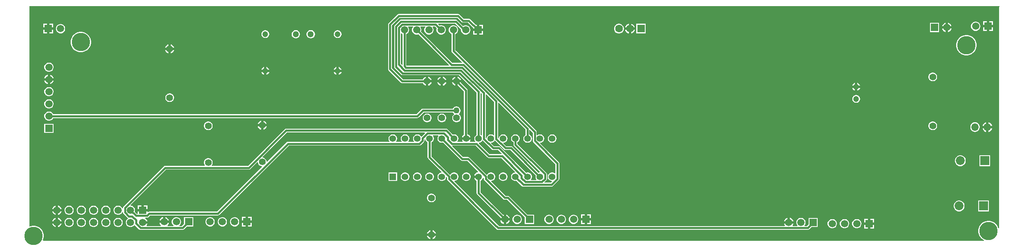
<source format=gbl>
G04*
G04 #@! TF.GenerationSoftware,Altium Limited,Altium Designer,21.8.1 (53)*
G04*
G04 Layer_Physical_Order=2*
G04 Layer_Color=16711680*
%FSLAX25Y25*%
%MOIN*%
G70*
G04*
G04 #@! TF.SameCoordinates,5DBF864A-AE74-4F10-A55B-91717D6EB444*
G04*
G04*
G04 #@! TF.FilePolarity,Positive*
G04*
G01*
G75*
%ADD33C,0.01500*%
%ADD34O,0.05906X0.06299*%
%ADD35R,0.06299X0.06299*%
%ADD36C,0.06299*%
%ADD37C,0.04724*%
%ADD38R,0.05906X0.05906*%
%ADD39C,0.05906*%
%ADD40C,0.05347*%
%ADD41R,0.05347X0.05347*%
%ADD42C,0.15000*%
%ADD43C,0.05512*%
%ADD44R,0.07284X0.07284*%
%ADD45C,0.07284*%
%ADD46R,0.05906X0.05906*%
%ADD47C,0.05118*%
%ADD48C,0.05000*%
G36*
X797038Y196038D02*
X796500Y195500D01*
Y14875D01*
X796000Y14826D01*
X795981Y14921D01*
X795355Y16432D01*
X794447Y17791D01*
X793291Y18947D01*
X791931Y19855D01*
X790421Y20481D01*
X788818Y20800D01*
X787183D01*
X785579Y20481D01*
X784068Y19855D01*
X782709Y18947D01*
X781553Y17791D01*
X780645Y16432D01*
X780019Y14921D01*
X779700Y13318D01*
Y11682D01*
X780019Y10079D01*
X780645Y8568D01*
X781553Y7209D01*
X782709Y6053D01*
X784068Y5145D01*
X784418Y5000D01*
X784318Y4500D01*
X16868D01*
X16534Y5000D01*
X16981Y6079D01*
X17300Y7683D01*
Y9318D01*
X16981Y10921D01*
X16355Y12432D01*
X15447Y13791D01*
X14291Y14947D01*
X12932Y15855D01*
X11421Y16481D01*
X9817Y16800D01*
X8183D01*
X6579Y16481D01*
X5916Y16206D01*
X5500Y16484D01*
Y196500D01*
X796847D01*
X797038Y196038D01*
D02*
G37*
%LPC*%
G36*
X791453Y183953D02*
X788500D01*
Y181000D01*
X791453D01*
Y183953D01*
D02*
G37*
G36*
X786500D02*
X783547D01*
Y181000D01*
X786500D01*
Y183953D01*
D02*
G37*
G36*
X755000Y182824D02*
Y180000D01*
X757824D01*
X757683Y180526D01*
X757163Y181427D01*
X756427Y182163D01*
X755526Y182683D01*
X755000Y182824D01*
D02*
G37*
G36*
X753000D02*
X752474Y182683D01*
X751573Y182163D01*
X750837Y181427D01*
X750317Y180526D01*
X750176Y180000D01*
X753000D01*
Y182824D01*
D02*
G37*
G36*
X496500Y182028D02*
Y179000D01*
X499528D01*
X499367Y179602D01*
X498820Y180548D01*
X498048Y181321D01*
X497102Y181867D01*
X496500Y182028D01*
D02*
G37*
G36*
X24953Y181953D02*
X22000D01*
Y179000D01*
X24953D01*
Y181953D01*
D02*
G37*
G36*
X20000D02*
X17047D01*
Y179000D01*
X20000D01*
Y181953D01*
D02*
G37*
G36*
X494500Y182028D02*
X493898Y181867D01*
X492952Y181321D01*
X492179Y180548D01*
X491633Y179602D01*
X491472Y179000D01*
X494500D01*
Y182028D01*
D02*
G37*
G36*
X375453Y180953D02*
X372500D01*
Y178000D01*
X375453D01*
Y180953D01*
D02*
G37*
G36*
X355411Y189983D02*
X306777D01*
X306172Y189863D01*
X305659Y189520D01*
X298583Y182443D01*
X298240Y181931D01*
X298120Y181326D01*
Y145047D01*
X298240Y144442D01*
X298583Y143930D01*
X308630Y133882D01*
X309142Y133540D01*
X309747Y133420D01*
X326575D01*
X326994Y132694D01*
X327694Y131994D01*
X328550Y131500D01*
X329000Y131380D01*
Y135000D01*
Y138620D01*
X328550Y138500D01*
X327694Y138005D01*
X326994Y137306D01*
X326575Y136580D01*
X310402D01*
X301280Y145702D01*
Y180671D01*
X307431Y186822D01*
X354756D01*
X358149Y183430D01*
X358661Y183087D01*
X359266Y182967D01*
X363298D01*
X367547Y178718D01*
Y178000D01*
X370500D01*
Y180953D01*
X369782D01*
X365070Y185665D01*
X364558Y186007D01*
X363953Y186128D01*
X359921D01*
X356528Y189520D01*
X356015Y189863D01*
X355411Y189983D01*
D02*
G37*
G36*
X777994Y183753D02*
X777006D01*
X776052Y183497D01*
X775196Y183003D01*
X774497Y182304D01*
X774003Y181448D01*
X773747Y180494D01*
Y179506D01*
X774003Y178551D01*
X774497Y177696D01*
X775196Y176997D01*
X776052Y176503D01*
X777006Y176247D01*
X777994D01*
X778948Y176503D01*
X779804Y176997D01*
X780503Y177696D01*
X780997Y178551D01*
X781253Y179506D01*
Y180494D01*
X780997Y181448D01*
X780503Y182304D01*
X779804Y183003D01*
X778948Y183497D01*
X777994Y183753D01*
D02*
G37*
G36*
X791453Y179000D02*
X788500D01*
Y176047D01*
X791453D01*
Y179000D01*
D02*
G37*
G36*
X786500D02*
X783547D01*
Y176047D01*
X786500D01*
Y179000D01*
D02*
G37*
G36*
X747753Y182753D02*
X740247D01*
Y175247D01*
X747753D01*
Y182753D01*
D02*
G37*
G36*
X757824Y178000D02*
X755000D01*
Y175176D01*
X755526Y175317D01*
X756427Y175837D01*
X757163Y176573D01*
X757683Y177474D01*
X757824Y178000D01*
D02*
G37*
G36*
X753000D02*
X750176D01*
X750317Y177474D01*
X750837Y176573D01*
X751573Y175837D01*
X752474Y175317D01*
X753000Y175176D01*
Y178000D01*
D02*
G37*
G36*
X31494Y181753D02*
X30506D01*
X29552Y181497D01*
X28696Y181003D01*
X27997Y180304D01*
X27503Y179448D01*
X27247Y178494D01*
Y177506D01*
X27503Y176551D01*
X27997Y175696D01*
X28696Y174997D01*
X29552Y174503D01*
X30506Y174247D01*
X31494D01*
X32449Y174503D01*
X33304Y174997D01*
X34003Y175696D01*
X34497Y176551D01*
X34753Y177506D01*
Y178494D01*
X34497Y179448D01*
X34003Y180304D01*
X33304Y181003D01*
X32449Y181497D01*
X31494Y181753D01*
D02*
G37*
G36*
X508426Y181950D02*
X500527D01*
Y174050D01*
X508426D01*
Y181950D01*
D02*
G37*
G36*
X487044D02*
X486004D01*
X484999Y181680D01*
X484098Y181160D01*
X483363Y180425D01*
X482843Y179525D01*
X482574Y178520D01*
Y177480D01*
X482843Y176476D01*
X483363Y175575D01*
X484098Y174839D01*
X484999Y174320D01*
X486004Y174050D01*
X487044D01*
X488048Y174320D01*
X488949Y174839D01*
X489684Y175575D01*
X490204Y176476D01*
X490473Y177480D01*
Y178520D01*
X490204Y179525D01*
X489684Y180425D01*
X488949Y181160D01*
X488048Y181680D01*
X487044Y181950D01*
D02*
G37*
G36*
X24953Y177000D02*
X22000D01*
Y174047D01*
X24953D01*
Y177000D01*
D02*
G37*
G36*
X20000D02*
X17047D01*
Y174047D01*
X20000D01*
Y177000D01*
D02*
G37*
G36*
X499528D02*
X496500D01*
Y173972D01*
X497102Y174133D01*
X498048Y174680D01*
X498820Y175452D01*
X499367Y176398D01*
X499528Y177000D01*
D02*
G37*
G36*
X494500D02*
X491472D01*
X491633Y176398D01*
X492179Y175452D01*
X492952Y174680D01*
X493898Y174133D01*
X494500Y173972D01*
Y177000D01*
D02*
G37*
G36*
X353505Y185383D02*
X308682D01*
X308077Y185263D01*
X307565Y184920D01*
X303580Y180935D01*
X303237Y180423D01*
X303117Y179818D01*
Y146803D01*
X303237Y146198D01*
X303580Y145685D01*
X308777Y140488D01*
X309289Y140146D01*
X309894Y140025D01*
X356082D01*
X370420Y125688D01*
Y91189D01*
X369867Y90870D01*
X369221Y90223D01*
X368763Y89431D01*
X368527Y88548D01*
Y87633D01*
X368763Y86750D01*
X369221Y85958D01*
X369269Y85910D01*
X369078Y85448D01*
X365193D01*
X365004Y85948D01*
X365423Y86673D01*
X365535Y87091D01*
X362000D01*
X358465D01*
X358577Y86673D01*
X358996Y85948D01*
X358807Y85448D01*
X354922D01*
X354731Y85910D01*
X354779Y85958D01*
X355237Y86750D01*
X355473Y87633D01*
Y88548D01*
X355237Y89431D01*
X354779Y90223D01*
X354133Y90870D01*
X353341Y91327D01*
X352457Y91564D01*
X351543D01*
X350927Y91399D01*
X346594Y95731D01*
X346082Y96074D01*
X345477Y96194D01*
X215024D01*
X214420Y96074D01*
X213907Y95731D01*
X183950Y65775D01*
X154456D01*
X154265Y66236D01*
X154345Y66317D01*
X154814Y67128D01*
X155056Y68032D01*
Y68968D01*
X154814Y69872D01*
X154345Y70683D01*
X153683Y71345D01*
X152873Y71814D01*
X151968Y72056D01*
X151032D01*
X150127Y71814D01*
X149317Y71345D01*
X148655Y70683D01*
X148186Y69872D01*
X147944Y68968D01*
Y68032D01*
X148186Y67128D01*
X148655Y66317D01*
X148735Y66236D01*
X148544Y65775D01*
X116326D01*
X115721Y65654D01*
X115209Y65312D01*
X82380Y32483D01*
X82037Y31970D01*
X81917Y31365D01*
Y31221D01*
X81417Y31087D01*
X81003Y31804D01*
X80304Y32503D01*
X79448Y32997D01*
X78494Y33253D01*
X77506D01*
X76552Y32997D01*
X75696Y32503D01*
X74997Y31804D01*
X74503Y30948D01*
X74247Y29994D01*
Y29006D01*
X74503Y28051D01*
X74997Y27196D01*
X75696Y26497D01*
X76552Y26003D01*
X77506Y25747D01*
X78494D01*
X79448Y26003D01*
X80304Y26497D01*
X81003Y27196D01*
X81417Y27913D01*
X81917Y27779D01*
Y27635D01*
X82037Y27030D01*
X82380Y26517D01*
X85515Y23382D01*
X85841Y23164D01*
X85866Y22601D01*
X85696Y22503D01*
X84997Y21804D01*
X84503Y20948D01*
X84247Y19994D01*
Y19006D01*
X84503Y18052D01*
X84997Y17196D01*
X85696Y16497D01*
X86551Y16003D01*
X87506Y15747D01*
X88494D01*
X89448Y16003D01*
X90304Y16497D01*
X91003Y17196D01*
X91011Y17209D01*
X91625Y17273D01*
X95017Y13880D01*
X95530Y13537D01*
X96135Y13417D01*
X130497D01*
X131102Y13537D01*
X131615Y13880D01*
X133982Y16247D01*
X139253D01*
Y23753D01*
X131747D01*
Y18482D01*
X129843Y16578D01*
X127999D01*
X127885Y17078D01*
X128503Y17696D01*
X128997Y18552D01*
X129253Y19506D01*
Y20494D01*
X128997Y21449D01*
X128503Y22304D01*
X127804Y23003D01*
X126948Y23497D01*
X125994Y23753D01*
X125006D01*
X124051Y23497D01*
X123196Y23003D01*
X122497Y22304D01*
X122003Y21449D01*
X121747Y20494D01*
Y19506D01*
X122003Y18552D01*
X122497Y17696D01*
X123115Y17078D01*
X123001Y16578D01*
X118375D01*
X118168Y17078D01*
X118663Y17573D01*
X119183Y18474D01*
X119324Y19000D01*
X115500D01*
X111676D01*
X111817Y18474D01*
X112337Y17573D01*
X112832Y17078D01*
X112625Y16578D01*
X101321D01*
X101130Y17040D01*
X101163Y17073D01*
X101683Y17974D01*
X101824Y18500D01*
X98000D01*
Y20500D01*
X101824D01*
X101683Y21026D01*
X101163Y21927D01*
X100427Y22663D01*
X99987Y22917D01*
X100121Y23417D01*
X101595D01*
X102200Y23537D01*
X102712Y23880D01*
X104055Y25222D01*
X159392D01*
X159997Y25343D01*
X160510Y25685D01*
X217111Y82287D01*
X323749D01*
X324354Y82407D01*
X324867Y82750D01*
X327341Y85224D01*
X327683Y85737D01*
X327804Y86341D01*
Y87501D01*
X328027Y87675D01*
X328179Y87662D01*
X328564Y87494D01*
X328764Y86750D01*
X329221Y85958D01*
X329867Y85311D01*
X330420Y84992D01*
Y72882D01*
X330540Y72277D01*
X330883Y71764D01*
X341802Y60845D01*
X341611Y60383D01*
X341543D01*
X340659Y60146D01*
X339867Y59689D01*
X339221Y59042D01*
X338763Y58250D01*
X338527Y57367D01*
Y56452D01*
X338763Y55569D01*
X339221Y54777D01*
X339867Y54130D01*
X340659Y53673D01*
X341543Y53436D01*
X342457D01*
X343341Y53673D01*
X344133Y54130D01*
X344779Y54777D01*
X345236Y55569D01*
X345436Y56313D01*
X345821Y56481D01*
X345973Y56494D01*
X346196Y56320D01*
Y55160D01*
X346317Y54555D01*
X346659Y54043D01*
X384322Y16380D01*
X384322Y16380D01*
X386822Y13880D01*
X387335Y13537D01*
X387940Y13417D01*
X640497D01*
X641102Y13537D01*
X641615Y13880D01*
X643482Y15747D01*
X648753D01*
Y23253D01*
X641247D01*
Y17982D01*
X639843Y16578D01*
X638038D01*
X637847Y17040D01*
X638003Y17196D01*
X638497Y18052D01*
X638753Y19006D01*
Y19994D01*
X638497Y20948D01*
X638003Y21804D01*
X637304Y22503D01*
X636448Y22997D01*
X635494Y23253D01*
X634506D01*
X633552Y22997D01*
X632696Y22503D01*
X631997Y21804D01*
X631503Y20948D01*
X631247Y19994D01*
Y19006D01*
X631503Y18052D01*
X631997Y17196D01*
X632153Y17040D01*
X631962Y16578D01*
X628321D01*
X628130Y17040D01*
X628163Y17073D01*
X628683Y17974D01*
X628824Y18500D01*
X625000D01*
X621176D01*
X621317Y17974D01*
X621837Y17073D01*
X621870Y17040D01*
X621679Y16578D01*
X388594D01*
X386557Y18615D01*
X386557Y18615D01*
X352198Y52974D01*
X352389Y53436D01*
X352457D01*
X353341Y53673D01*
X354133Y54130D01*
X354779Y54777D01*
X355237Y55569D01*
X355473Y56452D01*
Y57367D01*
X355237Y58250D01*
X354779Y59042D01*
X354133Y59689D01*
X353341Y60146D01*
X352457Y60383D01*
X351543D01*
X350659Y60146D01*
X349867Y59689D01*
X349221Y59042D01*
X349007Y58671D01*
X348511Y58606D01*
X333580Y73537D01*
Y84992D01*
X334133Y85311D01*
X334779Y85958D01*
X335237Y86750D01*
X335473Y87633D01*
Y88548D01*
X335237Y89431D01*
X334779Y90223D01*
X334731Y90272D01*
X334922Y90733D01*
X339078D01*
X339269Y90272D01*
X339221Y90223D01*
X338763Y89431D01*
X338527Y88548D01*
Y87633D01*
X338763Y86750D01*
X339221Y85958D01*
X339867Y85311D01*
X340659Y84854D01*
X341543Y84617D01*
X342457D01*
X343073Y84782D01*
X357536Y70319D01*
X358049Y69977D01*
X358654Y69857D01*
X362790D01*
X371611Y61036D01*
X371391Y60549D01*
X370582Y60332D01*
X369745Y59849D01*
X369061Y59165D01*
X368577Y58327D01*
X368465Y57910D01*
X372000D01*
Y55910D01*
X368465D01*
X368577Y55492D01*
X369061Y54654D01*
X369745Y53970D01*
X370420Y53580D01*
Y43500D01*
X370540Y42895D01*
X370883Y42382D01*
X389800Y23465D01*
X389676Y23000D01*
X392500D01*
Y25824D01*
X392035Y25700D01*
X373580Y44155D01*
Y53580D01*
X374255Y53970D01*
X374939Y54654D01*
X375423Y55492D01*
X375518Y55846D01*
X376095Y56068D01*
X376196Y56003D01*
Y55160D01*
X376317Y54555D01*
X376659Y54043D01*
X392138Y38564D01*
X392651Y38221D01*
X393255Y38101D01*
X395164D01*
X409747Y23518D01*
Y18247D01*
X417253D01*
Y25753D01*
X411982D01*
X396936Y40799D01*
X396423Y41142D01*
X395818Y41262D01*
X393910D01*
X382198Y52974D01*
X382389Y53436D01*
X382457D01*
X383341Y53673D01*
X384133Y54130D01*
X384779Y54777D01*
X385237Y55569D01*
X385473Y56452D01*
Y57367D01*
X385237Y58250D01*
X384779Y59042D01*
X384133Y59689D01*
X383341Y60146D01*
X382457Y60383D01*
X381543D01*
X380659Y60146D01*
X379867Y59689D01*
X379221Y59042D01*
X379007Y58671D01*
X378511Y58606D01*
X364563Y72554D01*
X364050Y72897D01*
X363445Y73017D01*
X359308D01*
X350539Y81787D01*
X350746Y82287D01*
X369596D01*
X379264Y72619D01*
X379776Y72277D01*
X380381Y72157D01*
X390490D01*
X401802Y60845D01*
X401611Y60383D01*
X401543D01*
X400659Y60146D01*
X399867Y59689D01*
X399221Y59042D01*
X398763Y58250D01*
X398527Y57367D01*
Y56452D01*
X398763Y55569D01*
X399221Y54777D01*
X399867Y54130D01*
X400659Y53673D01*
X401543Y53436D01*
X402457D01*
X403073Y53601D01*
X407406Y49269D01*
X407918Y48926D01*
X408523Y48806D01*
X431449D01*
X432054Y48926D01*
X432567Y49269D01*
X437341Y54043D01*
X437683Y54555D01*
X437804Y55160D01*
Y67895D01*
X437683Y68500D01*
X437341Y69012D01*
X422198Y84155D01*
X422389Y84617D01*
X422457D01*
X423341Y84854D01*
X424133Y85311D01*
X424779Y85958D01*
X425237Y86750D01*
X425473Y87633D01*
Y88548D01*
X425237Y89431D01*
X424779Y90223D01*
X424133Y90870D01*
X423341Y91327D01*
X422457Y91564D01*
X421543D01*
X420659Y91327D01*
X419867Y90870D01*
X419819Y90821D01*
X419357Y91013D01*
Y93576D01*
X419237Y94181D01*
X418894Y94694D01*
X353080Y160508D01*
Y173579D01*
X353804Y173997D01*
X354503Y174696D01*
X354997Y175551D01*
X355253Y176506D01*
Y177494D01*
X354997Y178448D01*
X354503Y179304D01*
X353804Y180003D01*
X352948Y180497D01*
X351994Y180753D01*
X351006D01*
X350051Y180497D01*
X349196Y180003D01*
X348497Y179304D01*
X348003Y178448D01*
X347747Y177494D01*
Y176506D01*
X348003Y175551D01*
X348497Y174696D01*
X349196Y173997D01*
X349920Y173579D01*
Y159853D01*
X350040Y159248D01*
X350382Y158735D01*
X358570Y150548D01*
X358378Y150086D01*
X350649D01*
X325036Y175699D01*
X325253Y176506D01*
Y177494D01*
X324997Y178448D01*
X324503Y179304D01*
X324347Y179460D01*
X324538Y179922D01*
X328462D01*
X328653Y179460D01*
X328497Y179304D01*
X328003Y178448D01*
X327747Y177494D01*
Y176506D01*
X328003Y175551D01*
X328497Y174696D01*
X329196Y173997D01*
X330051Y173503D01*
X331006Y173247D01*
X331994D01*
X332948Y173503D01*
X333804Y173997D01*
X334503Y174696D01*
X334997Y175551D01*
X335253Y176506D01*
Y177494D01*
X334997Y178448D01*
X334503Y179304D01*
X334347Y179460D01*
X334538Y179922D01*
X336343D01*
X337964Y178301D01*
X337747Y177494D01*
Y176506D01*
X338003Y175551D01*
X338497Y174696D01*
X339196Y173997D01*
X340052Y173503D01*
X341006Y173247D01*
X341994D01*
X342949Y173503D01*
X343804Y173997D01*
X344503Y174696D01*
X344997Y175551D01*
X345253Y176506D01*
Y177494D01*
X344997Y178448D01*
X344503Y179304D01*
X343804Y180003D01*
X342949Y180497D01*
X341994Y180753D01*
X341006D01*
X340199Y180536D01*
X338974Y181760D01*
X339166Y182222D01*
X352851D01*
X357747Y177326D01*
Y176506D01*
X358003Y175551D01*
X358497Y174696D01*
X359196Y173997D01*
X360051Y173503D01*
X361006Y173247D01*
X361994D01*
X362948Y173503D01*
X363804Y173997D01*
X364503Y174696D01*
X364997Y175551D01*
X365253Y176506D01*
Y177494D01*
X364997Y178448D01*
X364503Y179304D01*
X363804Y180003D01*
X362948Y180497D01*
X361994Y180753D01*
X361006D01*
X360051Y180497D01*
X359414Y180129D01*
X354623Y184920D01*
X354110Y185263D01*
X353505Y185383D01*
D02*
G37*
G36*
X375453Y176000D02*
X372500D01*
Y173047D01*
X375453D01*
Y176000D01*
D02*
G37*
G36*
X370500D02*
X367547D01*
Y173047D01*
X370500D01*
Y176000D01*
D02*
G37*
G36*
X257416Y176662D02*
X256584D01*
X255779Y176447D01*
X255058Y176030D01*
X254470Y175442D01*
X254053Y174721D01*
X253838Y173916D01*
Y173084D01*
X254053Y172279D01*
X254470Y171558D01*
X255058Y170970D01*
X255779Y170553D01*
X256584Y170338D01*
X257416D01*
X258221Y170553D01*
X258942Y170970D01*
X259530Y171558D01*
X259947Y172279D01*
X260162Y173084D01*
Y173916D01*
X259947Y174721D01*
X259530Y175442D01*
X258942Y176030D01*
X258221Y176447D01*
X257416Y176662D01*
D02*
G37*
G36*
X198416D02*
X197584D01*
X196779Y176447D01*
X196058Y176030D01*
X195470Y175442D01*
X195053Y174721D01*
X194838Y173916D01*
Y173084D01*
X195053Y172279D01*
X195470Y171558D01*
X196058Y170970D01*
X196779Y170553D01*
X197584Y170338D01*
X198416D01*
X199221Y170553D01*
X199942Y170970D01*
X200530Y171558D01*
X200947Y172279D01*
X201162Y173084D01*
Y173916D01*
X200947Y174721D01*
X200530Y175442D01*
X199942Y176030D01*
X199221Y176447D01*
X198416Y176662D01*
D02*
G37*
G36*
X235545Y176859D02*
X234660D01*
X233806Y176630D01*
X233040Y176188D01*
X232414Y175563D01*
X231972Y174797D01*
X231743Y173942D01*
Y173058D01*
X231972Y172203D01*
X232414Y171438D01*
X233040Y170812D01*
X233806Y170370D01*
X234660Y170141D01*
X235545D01*
X236399Y170370D01*
X237165Y170812D01*
X237790Y171438D01*
X238232Y172203D01*
X238461Y173058D01*
Y173942D01*
X238232Y174797D01*
X237790Y175563D01*
X237165Y176188D01*
X236399Y176630D01*
X235545Y176859D01*
D02*
G37*
G36*
X223340D02*
X222455D01*
X221601Y176630D01*
X220835Y176188D01*
X220210Y175563D01*
X219767Y174797D01*
X219539Y173942D01*
Y173058D01*
X219767Y172203D01*
X220210Y171438D01*
X220835Y170812D01*
X221601Y170370D01*
X222455Y170141D01*
X223340D01*
X224194Y170370D01*
X224960Y170812D01*
X225586Y171438D01*
X226028Y172203D01*
X226257Y173058D01*
Y173942D01*
X226028Y174797D01*
X225586Y175563D01*
X224960Y176188D01*
X224194Y176630D01*
X223340Y176859D01*
D02*
G37*
G36*
X121000Y165120D02*
Y162500D01*
X123620D01*
X123500Y162950D01*
X123005Y163806D01*
X122306Y164506D01*
X121450Y165000D01*
X121000Y165120D01*
D02*
G37*
G36*
X119000D02*
X118550Y165000D01*
X117694Y164506D01*
X116995Y163806D01*
X116500Y162950D01*
X116380Y162500D01*
X119000D01*
Y165120D01*
D02*
G37*
G36*
X48318Y175300D02*
X46683D01*
X45079Y174981D01*
X43569Y174355D01*
X42209Y173447D01*
X41053Y172291D01*
X40145Y170931D01*
X39519Y169421D01*
X39200Y167817D01*
Y166182D01*
X39519Y164579D01*
X40145Y163068D01*
X41053Y161709D01*
X42209Y160553D01*
X43569Y159645D01*
X45079Y159019D01*
X46683Y158700D01*
X48318D01*
X49921Y159019D01*
X51432Y159645D01*
X52791Y160553D01*
X53947Y161709D01*
X54855Y163068D01*
X55481Y164579D01*
X55800Y166182D01*
Y167817D01*
X55481Y169421D01*
X54855Y170931D01*
X53947Y172291D01*
X52791Y173447D01*
X51432Y174355D01*
X49921Y174981D01*
X48318Y175300D01*
D02*
G37*
G36*
X123620Y160500D02*
X121000D01*
Y157880D01*
X121450Y158000D01*
X122306Y158494D01*
X123005Y159194D01*
X123500Y160050D01*
X123620Y160500D01*
D02*
G37*
G36*
X119000D02*
X116380D01*
X116500Y160050D01*
X116995Y159194D01*
X117694Y158494D01*
X118550Y158000D01*
X119000Y157880D01*
Y160500D01*
D02*
G37*
G36*
X770818Y172800D02*
X769182D01*
X767579Y172481D01*
X766069Y171855D01*
X764709Y170947D01*
X763553Y169791D01*
X762645Y168431D01*
X762019Y166921D01*
X761700Y165317D01*
Y163682D01*
X762019Y162079D01*
X762645Y160568D01*
X763553Y159209D01*
X764709Y158053D01*
X766069Y157145D01*
X767579Y156519D01*
X769182Y156200D01*
X770818D01*
X772421Y156519D01*
X773932Y157145D01*
X775291Y158053D01*
X776447Y159209D01*
X777355Y160568D01*
X777981Y162079D01*
X778300Y163682D01*
Y165317D01*
X777981Y166921D01*
X777355Y168431D01*
X776447Y169791D01*
X775291Y170947D01*
X773932Y171855D01*
X772421Y172481D01*
X770818Y172800D01*
D02*
G37*
G36*
X199000Y146713D02*
Y144500D01*
X201213D01*
X201133Y144798D01*
X200690Y145564D01*
X200064Y146190D01*
X199298Y146633D01*
X199000Y146713D01*
D02*
G37*
G36*
X258000D02*
Y144500D01*
X260213D01*
X260133Y144798D01*
X259690Y145564D01*
X259064Y146190D01*
X258298Y146633D01*
X258000Y146713D01*
D02*
G37*
G36*
X256000Y146713D02*
X255702Y146633D01*
X254936Y146190D01*
X254310Y145564D01*
X253867Y144798D01*
X253787Y144500D01*
X256000D01*
Y146713D01*
D02*
G37*
G36*
X197000D02*
X196702Y146633D01*
X195936Y146190D01*
X195310Y145564D01*
X194867Y144798D01*
X194787Y144500D01*
X197000D01*
Y146713D01*
D02*
G37*
G36*
X21994Y150253D02*
X21006D01*
X20052Y149997D01*
X19196Y149503D01*
X18497Y148804D01*
X18003Y147949D01*
X17747Y146994D01*
Y146006D01*
X18003Y145052D01*
X18497Y144196D01*
X19196Y143497D01*
X20052Y143003D01*
X21006Y142747D01*
X21994D01*
X22949Y143003D01*
X23804Y143497D01*
X24503Y144196D01*
X24997Y145052D01*
X25253Y146006D01*
Y146994D01*
X24997Y147949D01*
X24503Y148804D01*
X23804Y149503D01*
X22949Y149997D01*
X21994Y150253D01*
D02*
G37*
G36*
X260213Y142500D02*
X258000D01*
Y140287D01*
X258298Y140367D01*
X259064Y140810D01*
X259690Y141436D01*
X260133Y142202D01*
X260213Y142500D01*
D02*
G37*
G36*
X201213D02*
X199000D01*
Y140287D01*
X199298Y140367D01*
X200064Y140810D01*
X200690Y141436D01*
X201133Y142202D01*
X201213Y142500D01*
D02*
G37*
G36*
X256000D02*
X253787D01*
X253867Y142202D01*
X254310Y141436D01*
X254936Y140810D01*
X255702Y140367D01*
X256000Y140287D01*
Y142500D01*
D02*
G37*
G36*
X197000D02*
X194787D01*
X194867Y142202D01*
X195310Y141436D01*
X195936Y140810D01*
X196702Y140367D01*
X197000Y140287D01*
Y142500D01*
D02*
G37*
G36*
X22500Y140324D02*
Y137500D01*
X25324D01*
X25183Y138026D01*
X24663Y138927D01*
X23927Y139663D01*
X23026Y140183D01*
X22500Y140324D01*
D02*
G37*
G36*
X20500D02*
X19974Y140183D01*
X19073Y139663D01*
X18337Y138927D01*
X17817Y138026D01*
X17676Y137500D01*
X20500D01*
Y140324D01*
D02*
G37*
G36*
X355000Y138620D02*
Y136000D01*
X357620D01*
X357500Y136450D01*
X357006Y137306D01*
X356306Y138005D01*
X355450Y138500D01*
X355000Y138620D01*
D02*
G37*
G36*
X343000D02*
Y136000D01*
X345620D01*
X345500Y136450D01*
X345005Y137306D01*
X344306Y138005D01*
X343450Y138500D01*
X343000Y138620D01*
D02*
G37*
G36*
X331000D02*
Y136000D01*
X333620D01*
X333500Y136450D01*
X333005Y137306D01*
X332306Y138005D01*
X331450Y138500D01*
X331000Y138620D01*
D02*
G37*
G36*
X353000D02*
X352550Y138500D01*
X351694Y138005D01*
X350994Y137306D01*
X350500Y136450D01*
X350380Y136000D01*
X353000D01*
Y138620D01*
D02*
G37*
G36*
X341000D02*
X340550Y138500D01*
X339694Y138005D01*
X338995Y137306D01*
X338500Y136450D01*
X338380Y136000D01*
X341000D01*
Y138620D01*
D02*
G37*
G36*
X742968Y142056D02*
X742032D01*
X741127Y141814D01*
X740317Y141345D01*
X739655Y140683D01*
X739186Y139873D01*
X738944Y138968D01*
Y138032D01*
X739186Y137127D01*
X739655Y136317D01*
X740317Y135655D01*
X741127Y135186D01*
X742032Y134944D01*
X742968D01*
X743872Y135186D01*
X744683Y135655D01*
X745345Y136317D01*
X745814Y137127D01*
X746056Y138032D01*
Y138968D01*
X745814Y139873D01*
X745345Y140683D01*
X744683Y141345D01*
X743872Y141814D01*
X742968Y142056D01*
D02*
G37*
G36*
X25324Y135500D02*
X22500D01*
Y132676D01*
X23026Y132817D01*
X23927Y133337D01*
X24663Y134073D01*
X25183Y134974D01*
X25324Y135500D01*
D02*
G37*
G36*
X20500D02*
X17676D01*
X17817Y134974D01*
X18337Y134073D01*
X19073Y133337D01*
X19974Y132817D01*
X20500Y132676D01*
Y135500D01*
D02*
G37*
G36*
X681000Y133713D02*
Y131500D01*
X683213D01*
X683133Y131798D01*
X682690Y132564D01*
X682064Y133190D01*
X681298Y133633D01*
X681000Y133713D01*
D02*
G37*
G36*
X679000Y133713D02*
X678702Y133633D01*
X677936Y133190D01*
X677310Y132564D01*
X676867Y131798D01*
X676787Y131500D01*
X679000D01*
Y133713D01*
D02*
G37*
G36*
X345620Y134000D02*
X343000D01*
Y131380D01*
X343450Y131500D01*
X344306Y131994D01*
X345005Y132694D01*
X345500Y133550D01*
X345620Y134000D01*
D02*
G37*
G36*
X333620D02*
X331000D01*
Y131380D01*
X331450Y131500D01*
X332306Y131994D01*
X333005Y132694D01*
X333500Y133550D01*
X333620Y134000D01*
D02*
G37*
G36*
X353000D02*
X350380D01*
X350500Y133550D01*
X350994Y132694D01*
X351694Y131994D01*
X352550Y131500D01*
X353000Y131380D01*
Y134000D01*
D02*
G37*
G36*
X341000D02*
X338380D01*
X338500Y133550D01*
X338995Y132694D01*
X339694Y131994D01*
X340550Y131500D01*
X341000Y131380D01*
Y134000D01*
D02*
G37*
G36*
X683213Y129500D02*
X681000D01*
Y127287D01*
X681298Y127367D01*
X682064Y127810D01*
X682690Y128436D01*
X683133Y129202D01*
X683213Y129500D01*
D02*
G37*
G36*
X679000D02*
X676787D01*
X676867Y129202D01*
X677310Y128436D01*
X677936Y127810D01*
X678702Y127367D01*
X679000Y127287D01*
Y129500D01*
D02*
G37*
G36*
X21994Y130253D02*
X21006D01*
X20052Y129997D01*
X19196Y129503D01*
X18497Y128804D01*
X18003Y127948D01*
X17747Y126994D01*
Y126006D01*
X18003Y125051D01*
X18497Y124196D01*
X19196Y123497D01*
X20052Y123003D01*
X21006Y122747D01*
X21994D01*
X22949Y123003D01*
X23804Y123497D01*
X24503Y124196D01*
X24997Y125051D01*
X25253Y126006D01*
Y126994D01*
X24997Y127948D01*
X24503Y128804D01*
X23804Y129503D01*
X22949Y129997D01*
X21994Y130253D01*
D02*
G37*
G36*
X120468Y125056D02*
X119532D01*
X118628Y124814D01*
X117817Y124345D01*
X117155Y123683D01*
X116686Y122872D01*
X116444Y121968D01*
Y121032D01*
X116686Y120127D01*
X117155Y119317D01*
X117817Y118655D01*
X118628Y118186D01*
X119532Y117944D01*
X120468D01*
X121372Y118186D01*
X122183Y118655D01*
X122845Y119317D01*
X123314Y120127D01*
X123556Y121032D01*
Y121968D01*
X123314Y122872D01*
X122845Y123683D01*
X122183Y124345D01*
X121372Y124814D01*
X120468Y125056D01*
D02*
G37*
G36*
X680416Y123662D02*
X679584D01*
X678779Y123447D01*
X678058Y123030D01*
X677470Y122442D01*
X677053Y121721D01*
X676838Y120916D01*
Y120084D01*
X677053Y119279D01*
X677470Y118558D01*
X678058Y117970D01*
X678779Y117553D01*
X679584Y117338D01*
X680416D01*
X681221Y117553D01*
X681942Y117970D01*
X682530Y118558D01*
X682947Y119279D01*
X683162Y120084D01*
Y120916D01*
X682947Y121721D01*
X682530Y122442D01*
X681942Y123030D01*
X681221Y123447D01*
X680416Y123662D01*
D02*
G37*
G36*
X21994Y120253D02*
X21006D01*
X20052Y119997D01*
X19196Y119503D01*
X18497Y118804D01*
X18003Y117948D01*
X17747Y116994D01*
Y116006D01*
X18003Y115051D01*
X18497Y114196D01*
X19196Y113497D01*
X20052Y113003D01*
X21006Y112747D01*
X21994D01*
X22949Y113003D01*
X23804Y113497D01*
X24503Y114196D01*
X24997Y115051D01*
X25253Y116006D01*
Y116994D01*
X24997Y117948D01*
X24503Y118804D01*
X23804Y119503D01*
X22949Y119997D01*
X21994Y120253D01*
D02*
G37*
G36*
X354434Y114300D02*
X353566D01*
X352726Y114075D01*
X351974Y113641D01*
X351359Y113026D01*
X351102Y112580D01*
X326500D01*
X325895Y112460D01*
X325382Y112118D01*
X321345Y108080D01*
X24921D01*
X24503Y108804D01*
X23804Y109503D01*
X22949Y109997D01*
X21994Y110253D01*
X21006D01*
X20052Y109997D01*
X19196Y109503D01*
X18497Y108804D01*
X18003Y107949D01*
X17747Y106994D01*
Y106006D01*
X18003Y105052D01*
X18497Y104196D01*
X19196Y103497D01*
X20052Y103003D01*
X21006Y102747D01*
X21994D01*
X22949Y103003D01*
X23804Y103497D01*
X24503Y104196D01*
X24921Y104920D01*
X322000D01*
X322605Y105040D01*
X323117Y105383D01*
X327155Y109420D01*
X351102D01*
X351359Y108974D01*
X351876Y108457D01*
X351896Y107891D01*
X351817Y107845D01*
X351155Y107183D01*
X350686Y106372D01*
X350444Y105468D01*
Y104532D01*
X350686Y103628D01*
X351155Y102817D01*
X351817Y102155D01*
X352627Y101686D01*
X353532Y101444D01*
X354468D01*
X355373Y101686D01*
X356183Y102155D01*
X356845Y102817D01*
X357314Y103628D01*
X357556Y104532D01*
Y105468D01*
X357314Y106372D01*
X356845Y107183D01*
X356183Y107845D01*
X356104Y107891D01*
X356124Y108457D01*
X356641Y108974D01*
X357075Y109726D01*
X357300Y110566D01*
Y111434D01*
X357075Y112274D01*
X356641Y113026D01*
X356026Y113641D01*
X355274Y114075D01*
X354434Y114300D01*
D02*
G37*
G36*
X342468Y108556D02*
X341532D01*
X340628Y108314D01*
X339817Y107845D01*
X339155Y107183D01*
X338686Y106372D01*
X338444Y105468D01*
Y104532D01*
X338686Y103628D01*
X339155Y102817D01*
X339817Y102155D01*
X340628Y101686D01*
X341532Y101444D01*
X342468D01*
X343373Y101686D01*
X344183Y102155D01*
X344845Y102817D01*
X345314Y103628D01*
X345556Y104532D01*
Y105468D01*
X345314Y106372D01*
X344845Y107183D01*
X344183Y107845D01*
X343373Y108314D01*
X342468Y108556D01*
D02*
G37*
G36*
X330468D02*
X329532D01*
X328627Y108314D01*
X327817Y107845D01*
X327155Y107183D01*
X326686Y106372D01*
X326444Y105468D01*
Y104532D01*
X326686Y103628D01*
X327155Y102817D01*
X327817Y102155D01*
X328627Y101686D01*
X329532Y101444D01*
X330468D01*
X331372Y101686D01*
X332183Y102155D01*
X332845Y102817D01*
X333314Y103628D01*
X333556Y104532D01*
Y105468D01*
X333314Y106372D01*
X332845Y107183D01*
X332183Y107845D01*
X331372Y108314D01*
X330468Y108556D01*
D02*
G37*
G36*
X196500Y102620D02*
Y100000D01*
X199120D01*
X199000Y100450D01*
X198505Y101306D01*
X197806Y102006D01*
X196950Y102500D01*
X196500Y102620D01*
D02*
G37*
G36*
X194500D02*
X194050Y102500D01*
X193194Y102006D01*
X192494Y101306D01*
X192000Y100450D01*
X191880Y100000D01*
X194500D01*
Y102620D01*
D02*
G37*
G36*
X788000Y101552D02*
Y98500D01*
X790881D01*
X790851Y98729D01*
X790453Y99690D01*
X789819Y100516D01*
X788993Y101150D01*
X788032Y101548D01*
X788000Y101552D01*
D02*
G37*
G36*
X786000D02*
X785968Y101548D01*
X785007Y101150D01*
X784181Y100516D01*
X783547Y99690D01*
X783149Y98729D01*
X783119Y98500D01*
X786000D01*
Y101552D01*
D02*
G37*
G36*
X199120Y98000D02*
X196500D01*
Y95380D01*
X196950Y95500D01*
X197806Y95995D01*
X198505Y96694D01*
X199000Y97550D01*
X199120Y98000D01*
D02*
G37*
G36*
X194500D02*
X191880D01*
X192000Y97550D01*
X192494Y96694D01*
X193194Y95995D01*
X194050Y95500D01*
X194500Y95380D01*
Y98000D01*
D02*
G37*
G36*
X742968Y102056D02*
X742032D01*
X741127Y101814D01*
X740317Y101345D01*
X739655Y100683D01*
X739186Y99872D01*
X738944Y98968D01*
Y98032D01*
X739186Y97127D01*
X739655Y96317D01*
X740317Y95655D01*
X741127Y95186D01*
X742032Y94944D01*
X742968D01*
X743872Y95186D01*
X744683Y95655D01*
X745345Y96317D01*
X745814Y97127D01*
X746056Y98032D01*
Y98968D01*
X745814Y99872D01*
X745345Y100683D01*
X744683Y101345D01*
X743872Y101814D01*
X742968Y102056D01*
D02*
G37*
G36*
X151968D02*
X151032D01*
X150127Y101814D01*
X149317Y101345D01*
X148655Y100683D01*
X148186Y99872D01*
X147944Y98968D01*
Y98032D01*
X148186Y97127D01*
X148655Y96317D01*
X149317Y95655D01*
X150127Y95186D01*
X151032Y94944D01*
X151968D01*
X152873Y95186D01*
X153683Y95655D01*
X154345Y96317D01*
X154814Y97127D01*
X155056Y98032D01*
Y98968D01*
X154814Y99872D01*
X154345Y100683D01*
X153683Y101345D01*
X152873Y101814D01*
X151968Y102056D01*
D02*
G37*
G36*
X777000Y101482D02*
X776020Y101353D01*
X775107Y100975D01*
X774324Y100373D01*
X773722Y99589D01*
X773344Y98677D01*
X773215Y97697D01*
Y97303D01*
X773344Y96324D01*
X773722Y95411D01*
X774324Y94627D01*
X775107Y94025D01*
X776020Y93647D01*
X777000Y93518D01*
X777980Y93647D01*
X778893Y94025D01*
X779676Y94627D01*
X780278Y95411D01*
X780656Y96324D01*
X780785Y97303D01*
Y97697D01*
X780656Y98677D01*
X780278Y99589D01*
X779676Y100373D01*
X778893Y100975D01*
X777980Y101353D01*
X777000Y101482D01*
D02*
G37*
G36*
X790881Y96500D02*
X788000D01*
Y93448D01*
X788032Y93452D01*
X788993Y93850D01*
X789819Y94484D01*
X790453Y95310D01*
X790851Y96271D01*
X790881Y96500D01*
D02*
G37*
G36*
X786000D02*
X783119D01*
X783149Y96271D01*
X783547Y95310D01*
X784181Y94484D01*
X785007Y93850D01*
X785968Y93452D01*
X786000Y93448D01*
Y96500D01*
D02*
G37*
G36*
X25253Y100253D02*
X17747D01*
Y92747D01*
X25253D01*
Y100253D01*
D02*
G37*
G36*
X357620Y134000D02*
X355000D01*
Y131380D01*
X355304Y131461D01*
X359869Y126896D01*
Y91102D01*
X359745Y91030D01*
X359061Y90346D01*
X358577Y89508D01*
X358465Y89091D01*
X362000D01*
X365535D01*
X365423Y89508D01*
X364939Y90346D01*
X364255Y91030D01*
X363418Y91514D01*
X363030Y91618D01*
Y127551D01*
X362909Y128156D01*
X362567Y128668D01*
X357539Y133696D01*
X357620Y134000D01*
D02*
G37*
G36*
X432457Y91564D02*
X431543D01*
X430659Y91327D01*
X429867Y90870D01*
X429221Y90223D01*
X428763Y89431D01*
X428527Y88548D01*
Y87633D01*
X428763Y86750D01*
X429221Y85958D01*
X429867Y85311D01*
X430659Y84854D01*
X431543Y84617D01*
X432457D01*
X433341Y84854D01*
X434133Y85311D01*
X434779Y85958D01*
X435237Y86750D01*
X435473Y87633D01*
Y88548D01*
X435237Y89431D01*
X434779Y90223D01*
X434133Y90870D01*
X433341Y91327D01*
X432457Y91564D01*
D02*
G37*
G36*
X789442Y74442D02*
X780558D01*
Y65558D01*
X789442D01*
Y74442D01*
D02*
G37*
G36*
X765585D02*
X764415D01*
X763286Y74139D01*
X762273Y73554D01*
X761446Y72727D01*
X760861Y71714D01*
X760558Y70585D01*
Y69415D01*
X760861Y68286D01*
X761446Y67273D01*
X762273Y66446D01*
X763286Y65861D01*
X764415Y65558D01*
X765585D01*
X766714Y65861D01*
X767727Y66446D01*
X768554Y67273D01*
X769139Y68286D01*
X769442Y69415D01*
Y70585D01*
X769139Y71714D01*
X768554Y72727D01*
X767727Y73554D01*
X766714Y74139D01*
X765585Y74442D01*
D02*
G37*
G36*
X392457Y60383D02*
X391543D01*
X390659Y60146D01*
X389867Y59689D01*
X389221Y59042D01*
X388763Y58250D01*
X388527Y57367D01*
Y56452D01*
X388763Y55569D01*
X389221Y54777D01*
X389867Y54130D01*
X390659Y53673D01*
X391543Y53436D01*
X392457D01*
X393341Y53673D01*
X394133Y54130D01*
X394779Y54777D01*
X395236Y55569D01*
X395473Y56452D01*
Y57367D01*
X395236Y58250D01*
X394779Y59042D01*
X394133Y59689D01*
X393341Y60146D01*
X392457Y60383D01*
D02*
G37*
G36*
X362457D02*
X361543D01*
X360659Y60146D01*
X359867Y59689D01*
X359221Y59042D01*
X358764Y58250D01*
X358527Y57367D01*
Y56452D01*
X358764Y55569D01*
X359221Y54777D01*
X359867Y54130D01*
X360659Y53673D01*
X361543Y53436D01*
X362457D01*
X363341Y53673D01*
X364133Y54130D01*
X364779Y54777D01*
X365236Y55569D01*
X365473Y56452D01*
Y57367D01*
X365236Y58250D01*
X364779Y59042D01*
X364133Y59689D01*
X363341Y60146D01*
X362457Y60383D01*
D02*
G37*
G36*
X332457D02*
X331543D01*
X330659Y60146D01*
X329867Y59689D01*
X329221Y59042D01*
X328764Y58250D01*
X328527Y57367D01*
Y56452D01*
X328764Y55569D01*
X329221Y54777D01*
X329867Y54130D01*
X330659Y53673D01*
X331543Y53436D01*
X332457D01*
X333341Y53673D01*
X334133Y54130D01*
X334779Y54777D01*
X335237Y55569D01*
X335473Y56452D01*
Y57367D01*
X335237Y58250D01*
X334779Y59042D01*
X334133Y59689D01*
X333341Y60146D01*
X332457Y60383D01*
D02*
G37*
G36*
X322457D02*
X321543D01*
X320659Y60146D01*
X319867Y59689D01*
X319221Y59042D01*
X318763Y58250D01*
X318527Y57367D01*
Y56452D01*
X318763Y55569D01*
X319221Y54777D01*
X319867Y54130D01*
X320659Y53673D01*
X321543Y53436D01*
X322457D01*
X323341Y53673D01*
X324133Y54130D01*
X324779Y54777D01*
X325237Y55569D01*
X325473Y56452D01*
Y57367D01*
X325237Y58250D01*
X324779Y59042D01*
X324133Y59689D01*
X323341Y60146D01*
X322457Y60383D01*
D02*
G37*
G36*
X312457D02*
X311543D01*
X310659Y60146D01*
X309867Y59689D01*
X309221Y59042D01*
X308764Y58250D01*
X308527Y57367D01*
Y56452D01*
X308764Y55569D01*
X309221Y54777D01*
X309867Y54130D01*
X310659Y53673D01*
X311543Y53436D01*
X312457D01*
X313341Y53673D01*
X314133Y54130D01*
X314779Y54777D01*
X315236Y55569D01*
X315473Y56452D01*
Y57367D01*
X315236Y58250D01*
X314779Y59042D01*
X314133Y59689D01*
X313341Y60146D01*
X312457Y60383D01*
D02*
G37*
G36*
X305473D02*
X298527D01*
Y53436D01*
X305473D01*
Y60383D01*
D02*
G37*
G36*
X333968Y43056D02*
X333032D01*
X332127Y42814D01*
X331317Y42345D01*
X330655Y41683D01*
X330186Y40872D01*
X329944Y39968D01*
Y39032D01*
X330186Y38127D01*
X330655Y37317D01*
X331317Y36655D01*
X332127Y36186D01*
X333032Y35944D01*
X333968D01*
X334873Y36186D01*
X335683Y36655D01*
X336345Y37317D01*
X336814Y38127D01*
X337056Y39032D01*
Y39968D01*
X336814Y40872D01*
X336345Y41683D01*
X335683Y42345D01*
X334873Y42814D01*
X333968Y43056D01*
D02*
G37*
G36*
X29000Y33324D02*
Y30500D01*
X31824D01*
X31683Y31026D01*
X31163Y31927D01*
X30427Y32663D01*
X29526Y33183D01*
X29000Y33324D01*
D02*
G37*
G36*
X27000D02*
X26474Y33183D01*
X25573Y32663D01*
X24837Y31927D01*
X24317Y31026D01*
X24176Y30500D01*
X27000D01*
Y33324D01*
D02*
G37*
G36*
X788442Y37442D02*
X779558D01*
Y28558D01*
X788442D01*
Y37442D01*
D02*
G37*
G36*
X764585D02*
X763415D01*
X762286Y37139D01*
X761273Y36554D01*
X760446Y35727D01*
X759861Y34714D01*
X759558Y33585D01*
Y32415D01*
X759861Y31286D01*
X760446Y30273D01*
X761273Y29446D01*
X762286Y28861D01*
X763415Y28558D01*
X764585D01*
X765714Y28861D01*
X766727Y29446D01*
X767554Y30273D01*
X768139Y31286D01*
X768442Y32415D01*
Y33585D01*
X768139Y34714D01*
X767554Y35727D01*
X766727Y36554D01*
X765714Y37139D01*
X764585Y37442D01*
D02*
G37*
G36*
X68494Y33253D02*
X67506D01*
X66552Y32997D01*
X65696Y32503D01*
X64997Y31804D01*
X64503Y30948D01*
X64247Y29994D01*
Y29006D01*
X64503Y28051D01*
X64997Y27196D01*
X65696Y26497D01*
X66552Y26003D01*
X67506Y25747D01*
X68494D01*
X69449Y26003D01*
X70304Y26497D01*
X71003Y27196D01*
X71497Y28051D01*
X71753Y29006D01*
Y29994D01*
X71497Y30948D01*
X71003Y31804D01*
X70304Y32503D01*
X69449Y32997D01*
X68494Y33253D01*
D02*
G37*
G36*
X58494D02*
X57506D01*
X56551Y32997D01*
X55696Y32503D01*
X54997Y31804D01*
X54503Y30948D01*
X54247Y29994D01*
Y29006D01*
X54503Y28051D01*
X54997Y27196D01*
X55696Y26497D01*
X56551Y26003D01*
X57506Y25747D01*
X58494D01*
X59448Y26003D01*
X60304Y26497D01*
X61003Y27196D01*
X61497Y28051D01*
X61753Y29006D01*
Y29994D01*
X61497Y30948D01*
X61003Y31804D01*
X60304Y32503D01*
X59448Y32997D01*
X58494Y33253D01*
D02*
G37*
G36*
X48494D02*
X47506D01*
X46551Y32997D01*
X45696Y32503D01*
X44997Y31804D01*
X44503Y30948D01*
X44247Y29994D01*
Y29006D01*
X44503Y28051D01*
X44997Y27196D01*
X45696Y26497D01*
X46551Y26003D01*
X47506Y25747D01*
X48494D01*
X49448Y26003D01*
X50304Y26497D01*
X51003Y27196D01*
X51497Y28051D01*
X51753Y29006D01*
Y29994D01*
X51497Y30948D01*
X51003Y31804D01*
X50304Y32503D01*
X49448Y32997D01*
X48494Y33253D01*
D02*
G37*
G36*
X38494D02*
X37506D01*
X36551Y32997D01*
X35696Y32503D01*
X34997Y31804D01*
X34503Y30948D01*
X34247Y29994D01*
Y29006D01*
X34503Y28051D01*
X34997Y27196D01*
X35696Y26497D01*
X36551Y26003D01*
X37506Y25747D01*
X38494D01*
X39448Y26003D01*
X40304Y26497D01*
X41003Y27196D01*
X41497Y28051D01*
X41753Y29006D01*
Y29994D01*
X41497Y30948D01*
X41003Y31804D01*
X40304Y32503D01*
X39448Y32997D01*
X38494Y33253D01*
D02*
G37*
G36*
X31824Y28500D02*
X29000D01*
Y25676D01*
X29526Y25817D01*
X30427Y26337D01*
X31163Y27073D01*
X31683Y27974D01*
X31824Y28500D01*
D02*
G37*
G36*
X27000D02*
X24176D01*
X24317Y27974D01*
X24837Y27073D01*
X25573Y26337D01*
X26474Y25817D01*
X27000Y25676D01*
Y28500D01*
D02*
G37*
G36*
X463453Y25953D02*
X460500D01*
Y23000D01*
X463453D01*
Y25953D01*
D02*
G37*
G36*
X394500Y25824D02*
Y23000D01*
X397324D01*
X397183Y23526D01*
X396663Y24427D01*
X395927Y25163D01*
X395026Y25683D01*
X394500Y25824D01*
D02*
G37*
G36*
X458500Y25953D02*
X455547D01*
Y23000D01*
X458500D01*
Y25953D01*
D02*
G37*
G36*
X186950Y23953D02*
X183997D01*
Y21000D01*
X186950D01*
Y23953D01*
D02*
G37*
G36*
X116500Y23824D02*
Y21000D01*
X119324D01*
X119183Y21526D01*
X118663Y22427D01*
X117927Y23163D01*
X117026Y23683D01*
X116500Y23824D01*
D02*
G37*
G36*
X114500D02*
X113974Y23683D01*
X113073Y23163D01*
X112337Y22427D01*
X111817Y21526D01*
X111676Y21000D01*
X114500D01*
Y23824D01*
D02*
G37*
G36*
X181997Y23953D02*
X179044D01*
Y21000D01*
X181997D01*
Y23953D01*
D02*
G37*
G36*
X626000Y23324D02*
Y20500D01*
X628824D01*
X628683Y21026D01*
X628163Y21927D01*
X627427Y22663D01*
X626526Y23183D01*
X626000Y23324D01*
D02*
G37*
G36*
X29000D02*
Y20500D01*
X31824D01*
X31683Y21026D01*
X31163Y21927D01*
X30427Y22663D01*
X29526Y23183D01*
X29000Y23324D01*
D02*
G37*
G36*
X624000D02*
X623474Y23183D01*
X622573Y22663D01*
X621837Y21927D01*
X621317Y21026D01*
X621176Y20500D01*
X624000D01*
Y23324D01*
D02*
G37*
G36*
X27000D02*
X26474Y23183D01*
X25573Y22663D01*
X24837Y21927D01*
X24317Y21026D01*
X24176Y20500D01*
X27000D01*
Y23324D01*
D02*
G37*
G36*
X694453Y22453D02*
X691500D01*
Y19500D01*
X694453D01*
Y22453D01*
D02*
G37*
G36*
X689500D02*
X686547D01*
Y19500D01*
X689500D01*
Y22453D01*
D02*
G37*
G36*
X449994Y25753D02*
X449006D01*
X448052Y25497D01*
X447196Y25003D01*
X446497Y24304D01*
X446003Y23449D01*
X445747Y22494D01*
Y21506D01*
X446003Y20551D01*
X446497Y19696D01*
X447196Y18997D01*
X448052Y18503D01*
X449006Y18247D01*
X449994D01*
X450948Y18503D01*
X451804Y18997D01*
X452503Y19696D01*
X452997Y20551D01*
X453253Y21506D01*
Y22494D01*
X452997Y23449D01*
X452503Y24304D01*
X451804Y25003D01*
X450948Y25497D01*
X449994Y25753D01*
D02*
G37*
G36*
X439994D02*
X439006D01*
X438052Y25497D01*
X437196Y25003D01*
X436497Y24304D01*
X436003Y23449D01*
X435747Y22494D01*
Y21506D01*
X436003Y20551D01*
X436497Y19696D01*
X437196Y18997D01*
X438052Y18503D01*
X439006Y18247D01*
X439994D01*
X440948Y18503D01*
X441804Y18997D01*
X442503Y19696D01*
X442997Y20551D01*
X443253Y21506D01*
Y22494D01*
X442997Y23449D01*
X442503Y24304D01*
X441804Y25003D01*
X440948Y25497D01*
X439994Y25753D01*
D02*
G37*
G36*
X429994D02*
X429006D01*
X428052Y25497D01*
X427196Y25003D01*
X426497Y24304D01*
X426003Y23449D01*
X425747Y22494D01*
Y21506D01*
X426003Y20551D01*
X426497Y19696D01*
X427196Y18997D01*
X428052Y18503D01*
X429006Y18247D01*
X429994D01*
X430948Y18503D01*
X431804Y18997D01*
X432503Y19696D01*
X432997Y20551D01*
X433253Y21506D01*
Y22494D01*
X432997Y23449D01*
X432503Y24304D01*
X431804Y25003D01*
X430948Y25497D01*
X429994Y25753D01*
D02*
G37*
G36*
X403994D02*
X403006D01*
X402051Y25497D01*
X401196Y25003D01*
X400497Y24304D01*
X400003Y23449D01*
X399747Y22494D01*
Y21506D01*
X400003Y20551D01*
X400497Y19696D01*
X401196Y18997D01*
X402051Y18503D01*
X403006Y18247D01*
X403994D01*
X404949Y18503D01*
X405804Y18997D01*
X406503Y19696D01*
X406997Y20551D01*
X407253Y21506D01*
Y22494D01*
X406997Y23449D01*
X406503Y24304D01*
X405804Y25003D01*
X404949Y25497D01*
X403994Y25753D01*
D02*
G37*
G36*
X397324Y21000D02*
X394500D01*
Y18176D01*
X395026Y18317D01*
X395927Y18837D01*
X396663Y19573D01*
X397183Y20474D01*
X397324Y21000D01*
D02*
G37*
G36*
X392500D02*
X389676D01*
X389817Y20474D01*
X390337Y19573D01*
X391073Y18837D01*
X391974Y18317D01*
X392500Y18176D01*
Y21000D01*
D02*
G37*
G36*
X463453D02*
X460500D01*
Y18047D01*
X463453D01*
Y21000D01*
D02*
G37*
G36*
X458500D02*
X455547D01*
Y18047D01*
X458500D01*
Y21000D01*
D02*
G37*
G36*
X173491Y23753D02*
X172503D01*
X171549Y23497D01*
X170693Y23003D01*
X169994Y22304D01*
X169500Y21449D01*
X169245Y20494D01*
Y19506D01*
X169500Y18552D01*
X169994Y17696D01*
X170693Y16997D01*
X171549Y16503D01*
X172503Y16247D01*
X173491D01*
X174446Y16503D01*
X175302Y16997D01*
X176000Y17696D01*
X176494Y18552D01*
X176750Y19506D01*
Y20494D01*
X176494Y21449D01*
X176000Y22304D01*
X175302Y23003D01*
X174446Y23497D01*
X173491Y23753D01*
D02*
G37*
G36*
X163491D02*
X162503D01*
X161549Y23497D01*
X160693Y23003D01*
X159994Y22304D01*
X159500Y21449D01*
X159245Y20494D01*
Y19506D01*
X159500Y18552D01*
X159994Y17696D01*
X160693Y16997D01*
X161549Y16503D01*
X162503Y16247D01*
X163491D01*
X164446Y16503D01*
X165302Y16997D01*
X166000Y17696D01*
X166494Y18552D01*
X166750Y19506D01*
Y20494D01*
X166494Y21449D01*
X166000Y22304D01*
X165302Y23003D01*
X164446Y23497D01*
X163491Y23753D01*
D02*
G37*
G36*
X153491D02*
X152503D01*
X151549Y23497D01*
X150693Y23003D01*
X149994Y22304D01*
X149500Y21449D01*
X149244Y20494D01*
Y19506D01*
X149500Y18552D01*
X149994Y17696D01*
X150693Y16997D01*
X151549Y16503D01*
X152503Y16247D01*
X153491D01*
X154446Y16503D01*
X155301Y16997D01*
X156000Y17696D01*
X156494Y18552D01*
X156750Y19506D01*
Y20494D01*
X156494Y21449D01*
X156000Y22304D01*
X155301Y23003D01*
X154446Y23497D01*
X153491Y23753D01*
D02*
G37*
G36*
X186950Y19000D02*
X183997D01*
Y16047D01*
X186950D01*
Y19000D01*
D02*
G37*
G36*
X181997D02*
X179044D01*
Y16047D01*
X181997D01*
Y19000D01*
D02*
G37*
G36*
X78494Y23253D02*
X77506D01*
X76552Y22997D01*
X75696Y22503D01*
X74997Y21804D01*
X74503Y20948D01*
X74247Y19994D01*
Y19006D01*
X74503Y18052D01*
X74997Y17196D01*
X75696Y16497D01*
X76552Y16003D01*
X77506Y15747D01*
X78494D01*
X79448Y16003D01*
X80304Y16497D01*
X81003Y17196D01*
X81497Y18052D01*
X81753Y19006D01*
Y19994D01*
X81497Y20948D01*
X81003Y21804D01*
X80304Y22503D01*
X79448Y22997D01*
X78494Y23253D01*
D02*
G37*
G36*
X68494D02*
X67506D01*
X66552Y22997D01*
X65696Y22503D01*
X64997Y21804D01*
X64503Y20948D01*
X64247Y19994D01*
Y19006D01*
X64503Y18052D01*
X64997Y17196D01*
X65696Y16497D01*
X66552Y16003D01*
X67506Y15747D01*
X68494D01*
X69449Y16003D01*
X70304Y16497D01*
X71003Y17196D01*
X71497Y18052D01*
X71753Y19006D01*
Y19994D01*
X71497Y20948D01*
X71003Y21804D01*
X70304Y22503D01*
X69449Y22997D01*
X68494Y23253D01*
D02*
G37*
G36*
X58494D02*
X57506D01*
X56551Y22997D01*
X55696Y22503D01*
X54997Y21804D01*
X54503Y20948D01*
X54247Y19994D01*
Y19006D01*
X54503Y18052D01*
X54997Y17196D01*
X55696Y16497D01*
X56551Y16003D01*
X57506Y15747D01*
X58494D01*
X59448Y16003D01*
X60304Y16497D01*
X61003Y17196D01*
X61497Y18052D01*
X61753Y19006D01*
Y19994D01*
X61497Y20948D01*
X61003Y21804D01*
X60304Y22503D01*
X59448Y22997D01*
X58494Y23253D01*
D02*
G37*
G36*
X48494D02*
X47506D01*
X46551Y22997D01*
X45696Y22503D01*
X44997Y21804D01*
X44503Y20948D01*
X44247Y19994D01*
Y19006D01*
X44503Y18052D01*
X44997Y17196D01*
X45696Y16497D01*
X46551Y16003D01*
X47506Y15747D01*
X48494D01*
X49448Y16003D01*
X50304Y16497D01*
X51003Y17196D01*
X51497Y18052D01*
X51753Y19006D01*
Y19994D01*
X51497Y20948D01*
X51003Y21804D01*
X50304Y22503D01*
X49448Y22997D01*
X48494Y23253D01*
D02*
G37*
G36*
X38494D02*
X37506D01*
X36551Y22997D01*
X35696Y22503D01*
X34997Y21804D01*
X34503Y20948D01*
X34247Y19994D01*
Y19006D01*
X34503Y18052D01*
X34997Y17196D01*
X35696Y16497D01*
X36551Y16003D01*
X37506Y15747D01*
X38494D01*
X39448Y16003D01*
X40304Y16497D01*
X41003Y17196D01*
X41497Y18052D01*
X41753Y19006D01*
Y19994D01*
X41497Y20948D01*
X41003Y21804D01*
X40304Y22503D01*
X39448Y22997D01*
X38494Y23253D01*
D02*
G37*
G36*
X31824Y18500D02*
X29000D01*
Y15676D01*
X29526Y15817D01*
X30427Y16337D01*
X31163Y17073D01*
X31683Y17974D01*
X31824Y18500D01*
D02*
G37*
G36*
X27000D02*
X24176D01*
X24317Y17974D01*
X24837Y17073D01*
X25573Y16337D01*
X26474Y15817D01*
X27000Y15676D01*
Y18500D01*
D02*
G37*
G36*
X680994Y22253D02*
X680006D01*
X679051Y21997D01*
X678196Y21503D01*
X677497Y20804D01*
X677003Y19949D01*
X676747Y18994D01*
Y18006D01*
X677003Y17052D01*
X677497Y16196D01*
X678196Y15497D01*
X679051Y15003D01*
X680006Y14747D01*
X680994D01*
X681949Y15003D01*
X682804Y15497D01*
X683503Y16196D01*
X683997Y17052D01*
X684253Y18006D01*
Y18994D01*
X683997Y19949D01*
X683503Y20804D01*
X682804Y21503D01*
X681949Y21997D01*
X680994Y22253D01*
D02*
G37*
G36*
X670994D02*
X670006D01*
X669052Y21997D01*
X668196Y21503D01*
X667497Y20804D01*
X667003Y19949D01*
X666747Y18994D01*
Y18006D01*
X667003Y17052D01*
X667497Y16196D01*
X668196Y15497D01*
X669052Y15003D01*
X670006Y14747D01*
X670994D01*
X671948Y15003D01*
X672804Y15497D01*
X673503Y16196D01*
X673997Y17052D01*
X674253Y18006D01*
Y18994D01*
X673997Y19949D01*
X673503Y20804D01*
X672804Y21503D01*
X671948Y21997D01*
X670994Y22253D01*
D02*
G37*
G36*
X660994D02*
X660006D01*
X659052Y21997D01*
X658196Y21503D01*
X657497Y20804D01*
X657003Y19949D01*
X656747Y18994D01*
Y18006D01*
X657003Y17052D01*
X657497Y16196D01*
X658196Y15497D01*
X659052Y15003D01*
X660006Y14747D01*
X660994D01*
X661948Y15003D01*
X662804Y15497D01*
X663503Y16196D01*
X663997Y17052D01*
X664253Y18006D01*
Y18994D01*
X663997Y19949D01*
X663503Y20804D01*
X662804Y21503D01*
X661948Y21997D01*
X660994Y22253D01*
D02*
G37*
G36*
X694453Y17500D02*
X691500D01*
Y14547D01*
X694453D01*
Y17500D01*
D02*
G37*
G36*
X689500D02*
X686547D01*
Y14547D01*
X689500D01*
Y17500D01*
D02*
G37*
G36*
X334500Y13120D02*
Y10500D01*
X337120D01*
X337000Y10950D01*
X336506Y11806D01*
X335806Y12506D01*
X334950Y13000D01*
X334500Y13120D01*
D02*
G37*
G36*
X332500D02*
X332050Y13000D01*
X331194Y12506D01*
X330494Y11806D01*
X330000Y10950D01*
X329880Y10500D01*
X332500D01*
Y13120D01*
D02*
G37*
G36*
X337120Y8500D02*
X334500D01*
Y5880D01*
X334950Y6000D01*
X335806Y6494D01*
X336506Y7194D01*
X337000Y8050D01*
X337120Y8500D01*
D02*
G37*
G36*
X332500D02*
X329880D01*
X330000Y8050D01*
X330494Y7194D01*
X331194Y6494D01*
X332050Y6000D01*
X332500Y5880D01*
Y8500D01*
D02*
G37*
%LPD*%
G36*
X309196Y173997D02*
X309920Y173579D01*
Y148626D01*
X309458Y148435D01*
X308578Y149315D01*
Y156201D01*
X308580Y156214D01*
Y171311D01*
X308578Y171325D01*
Y173962D01*
X309040Y174153D01*
X309196Y173997D01*
D02*
G37*
G36*
X318653Y179460D02*
X318497Y179304D01*
X318003Y178448D01*
X317747Y177494D01*
Y176506D01*
X318003Y175551D01*
X318497Y174696D01*
X319196Y173997D01*
X320052Y173503D01*
X321006Y173247D01*
X321994D01*
X322801Y173464D01*
X348017Y148248D01*
X347826Y147786D01*
X313359D01*
X313080Y148065D01*
Y173579D01*
X313804Y173997D01*
X314503Y174696D01*
X314997Y175551D01*
X315253Y176506D01*
Y177494D01*
X314997Y178448D01*
X314503Y179304D01*
X314347Y179460D01*
X314538Y179922D01*
X318462D01*
X318653Y179460D01*
D02*
G37*
G36*
X384643Y117970D02*
Y91013D01*
X384181Y90821D01*
X384133Y90870D01*
X383341Y91327D01*
X382457Y91564D01*
X381543D01*
X380659Y91327D01*
X379867Y90870D01*
X379221Y90223D01*
X378764Y89431D01*
X378564Y88687D01*
X378179Y88519D01*
X378027Y88506D01*
X377804Y88680D01*
Y124156D01*
X378266Y124347D01*
X384643Y117970D01*
D02*
G37*
G36*
X374643Y124717D02*
Y91013D01*
X374181Y90821D01*
X374133Y90870D01*
X373580Y91189D01*
Y125126D01*
X374042Y125318D01*
X374643Y124717D01*
D02*
G37*
G36*
X328273Y92572D02*
X325489Y89787D01*
X324993Y89852D01*
X324779Y90223D01*
X324133Y90870D01*
X323341Y91327D01*
X322457Y91564D01*
X321543D01*
X320659Y91327D01*
X319867Y90870D01*
X319221Y90223D01*
X318763Y89431D01*
X318527Y88548D01*
Y87633D01*
X318763Y86750D01*
X319221Y85958D01*
X319269Y85910D01*
X319078Y85448D01*
X314922D01*
X314731Y85910D01*
X314779Y85958D01*
X315236Y86750D01*
X315473Y87633D01*
Y88548D01*
X315236Y89431D01*
X314779Y90223D01*
X314133Y90870D01*
X313341Y91327D01*
X312457Y91564D01*
X311543D01*
X310659Y91327D01*
X309867Y90870D01*
X309221Y90223D01*
X308764Y89431D01*
X308527Y88548D01*
Y87633D01*
X308764Y86750D01*
X309221Y85958D01*
X309269Y85910D01*
X309078Y85448D01*
X304922D01*
X304731Y85910D01*
X304779Y85958D01*
X305237Y86750D01*
X305473Y87633D01*
Y88548D01*
X305237Y89431D01*
X304779Y90223D01*
X304133Y90870D01*
X303341Y91327D01*
X302457Y91564D01*
X301543D01*
X300659Y91327D01*
X299867Y90870D01*
X299221Y90223D01*
X298763Y89431D01*
X298527Y88548D01*
Y87633D01*
X298763Y86750D01*
X299221Y85958D01*
X299269Y85910D01*
X299078Y85448D01*
X216457D01*
X215852Y85327D01*
X215339Y84985D01*
X199518Y69163D01*
X199056Y69355D01*
Y69468D01*
X198814Y70372D01*
X198345Y71183D01*
X197683Y71845D01*
X196872Y72314D01*
X195968Y72556D01*
X195855D01*
X195663Y73018D01*
X215679Y93033D01*
X328082D01*
X328273Y92572D01*
D02*
G37*
G36*
X382668Y79215D02*
X383181Y78872D01*
X383786Y78752D01*
X387922D01*
X390857Y75817D01*
X390650Y75317D01*
X381036D01*
X372198Y84155D01*
X372389Y84617D01*
X372457D01*
X373341Y84854D01*
X374133Y85311D01*
X374779Y85958D01*
X374993Y86329D01*
X375489Y86394D01*
X382668Y79215D01*
D02*
G37*
G36*
X410253Y95612D02*
Y91093D01*
X409867Y90870D01*
X409221Y90223D01*
X408764Y89431D01*
X408527Y88548D01*
Y87633D01*
X408764Y86750D01*
X409221Y85958D01*
X409867Y85311D01*
X410659Y84854D01*
X411543Y84617D01*
X412457D01*
X413341Y84854D01*
X414133Y85311D01*
X414779Y85958D01*
X415237Y86750D01*
X415473Y87633D01*
Y88548D01*
X415237Y89431D01*
X414779Y90223D01*
X414133Y90870D01*
X413414Y91285D01*
Y95051D01*
X413876Y95242D01*
X416196Y92922D01*
Y86341D01*
X416317Y85737D01*
X416659Y85224D01*
X434643Y67240D01*
Y59832D01*
X434181Y59640D01*
X434133Y59689D01*
X433341Y60146D01*
X432457Y60383D01*
X431543D01*
X430659Y60146D01*
X429867Y59689D01*
X429221Y59042D01*
X428763Y58250D01*
X428527Y57367D01*
Y56452D01*
X428763Y55569D01*
X429221Y54777D01*
X429867Y54130D01*
X430659Y53673D01*
X431543Y53436D01*
X431611D01*
X431802Y52974D01*
X430795Y51967D01*
X425918D01*
X425727Y52429D01*
X427341Y54043D01*
X427683Y54555D01*
X427804Y55160D01*
Y58993D01*
X427683Y59598D01*
X427341Y60111D01*
X403630Y83822D01*
Y85021D01*
X404133Y85311D01*
X404779Y85958D01*
X405236Y86750D01*
X405473Y87633D01*
Y88548D01*
X405236Y89431D01*
X404779Y90223D01*
X404133Y90870D01*
X403341Y91327D01*
X402457Y91564D01*
X401543D01*
X400659Y91327D01*
X399867Y90870D01*
X399221Y90223D01*
X398763Y89431D01*
X398527Y88548D01*
Y87633D01*
X398763Y86750D01*
X399221Y85958D01*
X399867Y85311D01*
X400469Y84964D01*
Y83167D01*
X400589Y82563D01*
X400932Y82050D01*
X422099Y60883D01*
X421892Y60383D01*
X421543D01*
X420927Y60218D01*
X399694Y81450D01*
X399182Y81792D01*
X398577Y81913D01*
X394440D01*
X392198Y84155D01*
X392389Y84617D01*
X392457D01*
X393341Y84854D01*
X394133Y85311D01*
X394779Y85958D01*
X395236Y86750D01*
X395473Y87633D01*
Y88548D01*
X395236Y89431D01*
X394779Y90223D01*
X394133Y90870D01*
X393341Y91327D01*
X392457Y91564D01*
X391543D01*
X390659Y91327D01*
X389867Y90870D01*
X389221Y90223D01*
X388763Y89431D01*
X388564Y88687D01*
X388178Y88519D01*
X388027Y88506D01*
X387804Y88680D01*
Y117408D01*
X388265Y117600D01*
X410253Y95612D01*
D02*
G37*
G36*
X392668Y79215D02*
X393181Y78872D01*
X393786Y78752D01*
X397922D01*
X418692Y57983D01*
X418527Y57367D01*
Y56452D01*
X418763Y55569D01*
X419221Y54777D01*
X419269Y54729D01*
X419078Y54267D01*
X414922D01*
X414731Y54729D01*
X414779Y54777D01*
X415237Y55569D01*
X415473Y56452D01*
Y57367D01*
X415237Y58250D01*
X414779Y59042D01*
X414133Y59689D01*
X413341Y60146D01*
X412457Y60383D01*
X411543D01*
X410927Y60218D01*
X389694Y81450D01*
X389182Y81792D01*
X388577Y81913D01*
X384440D01*
X382198Y84155D01*
X382389Y84617D01*
X382457D01*
X383341Y84854D01*
X384133Y85311D01*
X384779Y85958D01*
X384993Y86329D01*
X385489Y86394D01*
X392668Y79215D01*
D02*
G37*
G36*
X191944Y68645D02*
Y68532D01*
X192186Y67628D01*
X192655Y66817D01*
X193317Y66155D01*
X194128Y65686D01*
X195032Y65444D01*
X195145D01*
X195337Y64982D01*
X158738Y28383D01*
X103400D01*
X102796Y28263D01*
X102453Y28034D01*
X101953Y28258D01*
Y28500D01*
X98000D01*
X94047D01*
Y26578D01*
X93157D01*
X91536Y28199D01*
X91753Y29006D01*
Y29994D01*
X91497Y30948D01*
X91003Y31804D01*
X90304Y32503D01*
X89448Y32997D01*
X88494Y33253D01*
X88273D01*
X88082Y33715D01*
X116981Y62614D01*
X184605D01*
X185209Y62734D01*
X185722Y63077D01*
X191482Y68837D01*
X191944Y68645D01*
D02*
G37*
%LPC*%
G36*
X101953Y33453D02*
X99000D01*
Y30500D01*
X101953D01*
Y33453D01*
D02*
G37*
G36*
X97000D02*
X94047D01*
Y30500D01*
X97000D01*
Y33453D01*
D02*
G37*
%LPD*%
D33*
X385440Y17497D02*
X385440D01*
X387940Y14997D02*
X640497D01*
X385440Y17497D02*
X387940Y14997D01*
X347777Y55160D02*
X385440Y17497D01*
X332000Y72882D02*
X347777Y57105D01*
Y55160D02*
Y57105D01*
X332000Y72882D02*
Y88090D01*
X372000Y43500D02*
X393500Y22000D01*
X372000Y43500D02*
Y56910D01*
X370251Y83867D02*
X380381Y73737D01*
X350251Y83867D02*
X370251D01*
X306777Y188403D02*
X355411D01*
X359266Y184547D02*
X363953D01*
X308682Y183803D02*
X353505D01*
X360308Y177000D01*
X355411Y188403D02*
X359266Y184547D01*
X363953D02*
X371500Y177000D01*
X299700Y181326D02*
X306777Y188403D01*
X299700Y145047D02*
Y181326D01*
Y145047D02*
X309747Y135000D01*
X330000D01*
X304697Y179818D02*
X308682Y183803D01*
X360308Y177000D02*
X361500D01*
X304697Y146803D02*
Y179818D01*
X309635Y181503D02*
X336997D01*
X341500Y177000D01*
X306997Y171314D02*
Y178865D01*
X354000Y135000D02*
X361449Y127551D01*
Y88641D02*
X362000Y88090D01*
X361449Y88641D02*
Y127551D01*
X380381Y73737D02*
X391145D01*
X304697Y146803D02*
X309894Y141606D01*
X356736D01*
X306997Y148661D02*
Y156212D01*
Y178865D02*
X309635Y181503D01*
X306997Y156212D02*
X307000Y156214D01*
X306997Y148661D02*
X311752Y143906D01*
X307000Y156214D02*
Y171311D01*
X306997Y171314D02*
X307000Y171311D01*
X92503Y24997D02*
X101595D01*
X88000Y29500D02*
X92503Y24997D01*
X103400Y26803D02*
X159392D01*
X101595Y24997D02*
X103400Y26803D01*
X159392D02*
X216457Y83867D01*
X323749D01*
X184605Y64194D02*
X215024Y94614D01*
X116326Y64194D02*
X184605D01*
X215024Y94614D02*
X345477D01*
X326223Y86341D02*
Y88286D01*
X330251Y92314D01*
X323749Y83867D02*
X326223Y86341D01*
X130497Y14997D02*
X135500Y20000D01*
X322000Y106500D02*
X326500Y111000D01*
X354000D01*
X21500Y106500D02*
X322000D01*
X411834Y88257D02*
Y96267D01*
X398577Y80332D02*
X422000Y56910D01*
X417777Y86341D02*
Y93576D01*
X359594Y148506D02*
X411834Y96267D01*
X321500Y177000D02*
X349994Y148506D01*
X356736Y141606D02*
X372000Y126342D01*
Y88090D02*
Y126342D01*
X311752Y143906D02*
X357689D01*
X376223Y125372D01*
X351500Y159853D02*
X417777Y93576D01*
X376223Y87895D02*
Y125372D01*
X349994Y148506D02*
X359594D01*
X393786Y80332D02*
X398577D01*
X386223Y87895D02*
Y118624D01*
X312705Y146206D02*
X358642D01*
X386223Y87895D02*
X393786Y80332D01*
X358642Y146206D02*
X386223Y118624D01*
X311500Y147411D02*
X312705Y146206D01*
X351500Y159853D02*
Y177000D01*
X330251Y92314D02*
X343749D01*
X345477Y94614D02*
X352000Y88090D01*
X343749Y92314D02*
X347000Y89063D01*
Y87118D02*
X350251Y83867D01*
X347000Y87118D02*
Y89063D01*
X342000Y88090D02*
X358654Y71437D01*
X363445D01*
X377777Y57105D01*
Y55160D02*
Y57105D01*
X640497Y14997D02*
X645000Y19500D01*
X395818Y39682D02*
X413500Y22000D01*
X393255Y39682D02*
X395818D01*
X377777Y55160D02*
X393255Y39682D01*
X391145Y73737D02*
X407000Y57882D01*
X311500Y147411D02*
Y177000D01*
X388577Y80332D02*
X412000Y56910D01*
X376223Y87895D02*
X383786Y80332D01*
X388577D01*
X411834Y88257D02*
X412000Y88090D01*
X83497Y31365D02*
X116326Y64194D01*
X83497Y27635D02*
Y31365D01*
Y27635D02*
X86632Y24500D01*
X89368D01*
X92503Y21365D01*
Y18629D02*
Y21365D01*
Y18629D02*
X96135Y14997D01*
X130497D01*
X402000Y56910D02*
X408523Y50386D01*
X417777Y86341D02*
X436223Y67895D01*
X407000Y55937D02*
Y57882D01*
Y55937D02*
X410251Y52686D01*
X423749D01*
X426223Y55160D01*
Y58993D01*
X402049Y83167D02*
X426223Y58993D01*
X402049Y83167D02*
Y88041D01*
X402000Y88090D02*
X402049Y88041D01*
X431449Y50386D02*
X436223Y55160D01*
X408523Y50386D02*
X431449D01*
X436223Y55160D02*
Y67895D01*
D34*
X777000Y97500D02*
D03*
X787000D02*
D03*
D35*
X504476Y178000D02*
D03*
D36*
X495500D02*
D03*
X486524D02*
D03*
D37*
X680000Y120500D02*
D03*
Y130500D02*
D03*
X257000Y173500D02*
D03*
Y143500D02*
D03*
X198000Y173500D02*
D03*
Y143500D02*
D03*
D38*
X182997Y20000D02*
D03*
X645000Y19500D02*
D03*
X413500Y22000D02*
D03*
X135500Y20000D02*
D03*
X459500Y22000D02*
D03*
X787500Y180000D02*
D03*
X21000Y178000D02*
D03*
X98000Y29500D02*
D03*
X690500Y18500D02*
D03*
X744000Y179000D02*
D03*
X371500Y177000D02*
D03*
D39*
X172997Y20000D02*
D03*
X162997D02*
D03*
X152997D02*
D03*
X635000Y19500D02*
D03*
X625000D02*
D03*
X403500Y22000D02*
D03*
X393500D02*
D03*
X125500Y20000D02*
D03*
X115500D02*
D03*
X429500Y22000D02*
D03*
X439500D02*
D03*
X449500D02*
D03*
X777500Y180000D02*
D03*
X31000Y178000D02*
D03*
X28000Y19500D02*
D03*
X38000D02*
D03*
X48000D02*
D03*
X58000D02*
D03*
X68000D02*
D03*
X78000D02*
D03*
X88000D02*
D03*
X98000D02*
D03*
X28000Y29500D02*
D03*
X38000D02*
D03*
X48000D02*
D03*
X58000D02*
D03*
X68000D02*
D03*
X78000D02*
D03*
X88000D02*
D03*
X660500Y18500D02*
D03*
X670500D02*
D03*
X680500D02*
D03*
X754000Y179000D02*
D03*
X21500Y106500D02*
D03*
Y116500D02*
D03*
Y126500D02*
D03*
Y136500D02*
D03*
Y146500D02*
D03*
X311500Y177000D02*
D03*
X321500D02*
D03*
X331500D02*
D03*
X341500D02*
D03*
X361500D02*
D03*
X351500D02*
D03*
D40*
X302000Y88090D02*
D03*
X312000D02*
D03*
X322000D02*
D03*
X332000D02*
D03*
X342000D02*
D03*
X352000D02*
D03*
X362000D02*
D03*
X372000D02*
D03*
X382000D02*
D03*
X392000D02*
D03*
X402000D02*
D03*
X412000D02*
D03*
X422000D02*
D03*
X432000D02*
D03*
Y56910D02*
D03*
X422000D02*
D03*
X412000D02*
D03*
X402000D02*
D03*
X392000D02*
D03*
X382000D02*
D03*
X342000D02*
D03*
X352000D02*
D03*
X332000D02*
D03*
X322000D02*
D03*
X372000D02*
D03*
X362000D02*
D03*
X312000D02*
D03*
D41*
X302000D02*
D03*
D42*
X47500Y167000D02*
D03*
X9000Y8500D02*
D03*
X770000Y164500D02*
D03*
X788000Y12500D02*
D03*
D43*
X742500Y138500D02*
D03*
Y98500D02*
D03*
X151500D02*
D03*
Y68500D02*
D03*
X195500Y69000D02*
D03*
Y99000D02*
D03*
X333500Y39500D02*
D03*
Y9500D02*
D03*
X120000Y121500D02*
D03*
Y161500D02*
D03*
X354000Y105000D02*
D03*
Y135000D02*
D03*
X342000Y105000D02*
D03*
Y135000D02*
D03*
X330000Y105000D02*
D03*
Y135000D02*
D03*
D44*
X785000Y70000D02*
D03*
X784000Y33000D02*
D03*
D45*
X765000Y70000D02*
D03*
X764000Y33000D02*
D03*
D46*
X21500Y96500D02*
D03*
D47*
X222898Y173500D02*
D03*
X235102D02*
D03*
D48*
X354000Y111000D02*
D03*
M02*

</source>
